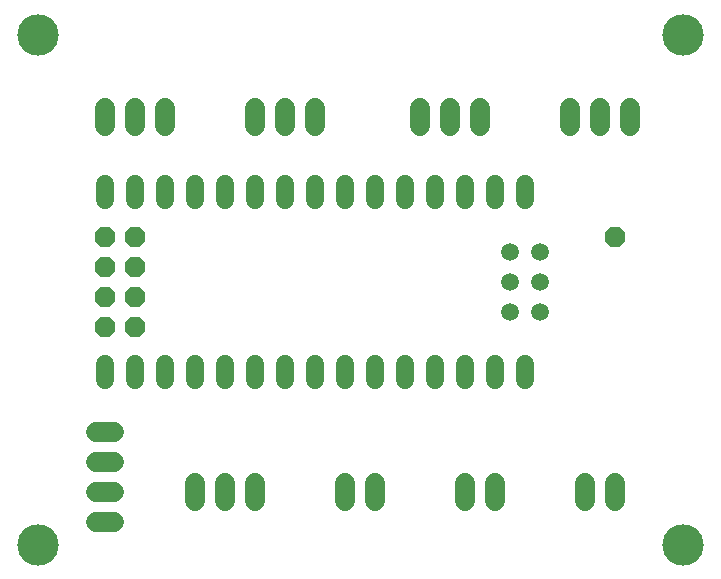
<source format=gts>
G04 EAGLE Gerber X2 export*
%TF.Part,Single*%
%TF.FileFunction,Soldermask,Top,1*%
%TF.FilePolarity,Negative*%
%TF.GenerationSoftware,Autodesk,EAGLE,9.1.3*%
%TF.CreationDate,2019-02-17T14:50:35Z*%
G75*
%MOMM*%
%FSLAX34Y34*%
%LPD*%
%AMOC8*
5,1,8,0,0,1.08239X$1,22.5*%
G01*
%ADD10C,3.505200*%
%ADD11C,1.727200*%
%ADD12P,1.869504X8X292.500000*%
%ADD13C,1.511200*%
%ADD14C,1.511200*%
%ADD15P,1.869504X8X22.500000*%


D10*
X31750Y463550D03*
X31750Y31750D03*
X577850Y31750D03*
X577850Y463550D03*
D11*
X482600Y401320D02*
X482600Y386080D01*
X508000Y386080D02*
X508000Y401320D01*
X533400Y401320D02*
X533400Y386080D01*
D12*
X88900Y292100D03*
X114300Y292100D03*
X88900Y266700D03*
X114300Y266700D03*
X88900Y241300D03*
X114300Y241300D03*
X88900Y215900D03*
X114300Y215900D03*
D11*
X355600Y386080D02*
X355600Y401320D01*
X381000Y401320D02*
X381000Y386080D01*
X406400Y386080D02*
X406400Y401320D01*
X215900Y401320D02*
X215900Y386080D01*
X241300Y386080D02*
X241300Y401320D01*
X266700Y401320D02*
X266700Y386080D01*
X96520Y50800D02*
X81280Y50800D01*
X81280Y76200D02*
X96520Y76200D01*
X96520Y101600D02*
X81280Y101600D01*
X81280Y127000D02*
X96520Y127000D01*
X292100Y83820D02*
X292100Y68580D01*
X317500Y68580D02*
X317500Y83820D01*
X495300Y83820D02*
X495300Y68580D01*
X520700Y68580D02*
X520700Y83820D01*
X393700Y83820D02*
X393700Y68580D01*
X419100Y68580D02*
X419100Y83820D01*
X88900Y386080D02*
X88900Y401320D01*
X114300Y401320D02*
X114300Y386080D01*
X139700Y386080D02*
X139700Y401320D01*
X165100Y83820D02*
X165100Y68580D01*
X190500Y68580D02*
X190500Y83820D01*
X215900Y83820D02*
X215900Y68580D01*
D13*
X444500Y171260D02*
X444500Y184340D01*
X419100Y184340D02*
X419100Y171260D01*
X393700Y171260D02*
X393700Y184340D01*
X368300Y184340D02*
X368300Y171260D01*
X342900Y171260D02*
X342900Y184340D01*
X317500Y184340D02*
X317500Y171260D01*
X292100Y171260D02*
X292100Y184340D01*
X266700Y184340D02*
X266700Y171260D01*
X241300Y171260D02*
X241300Y184340D01*
X215900Y184340D02*
X215900Y171260D01*
X190500Y171260D02*
X190500Y184340D01*
X165100Y184340D02*
X165100Y171260D01*
X444500Y323660D02*
X444500Y336740D01*
X419100Y336740D02*
X419100Y323660D01*
X393700Y323660D02*
X393700Y336740D01*
X241300Y336740D02*
X241300Y323660D01*
X215900Y323660D02*
X215900Y336740D01*
X190500Y336740D02*
X190500Y323660D01*
X165100Y323660D02*
X165100Y336740D01*
X88900Y336740D02*
X88900Y323660D01*
X88900Y184340D02*
X88900Y171260D01*
X114300Y171260D02*
X114300Y184340D01*
X139700Y184340D02*
X139700Y171260D01*
X114300Y323660D02*
X114300Y336740D01*
X139700Y336740D02*
X139700Y323660D01*
X368300Y323660D02*
X368300Y336740D01*
D14*
X431800Y279400D03*
X431800Y254000D03*
X431800Y228600D03*
D13*
X266700Y323660D02*
X266700Y336740D01*
X292100Y336740D02*
X292100Y323660D01*
X317500Y323660D02*
X317500Y336740D01*
X342900Y336740D02*
X342900Y323660D01*
D14*
X457200Y279400D03*
X457200Y254000D03*
X457200Y228600D03*
D15*
X520700Y292100D03*
M02*

</source>
